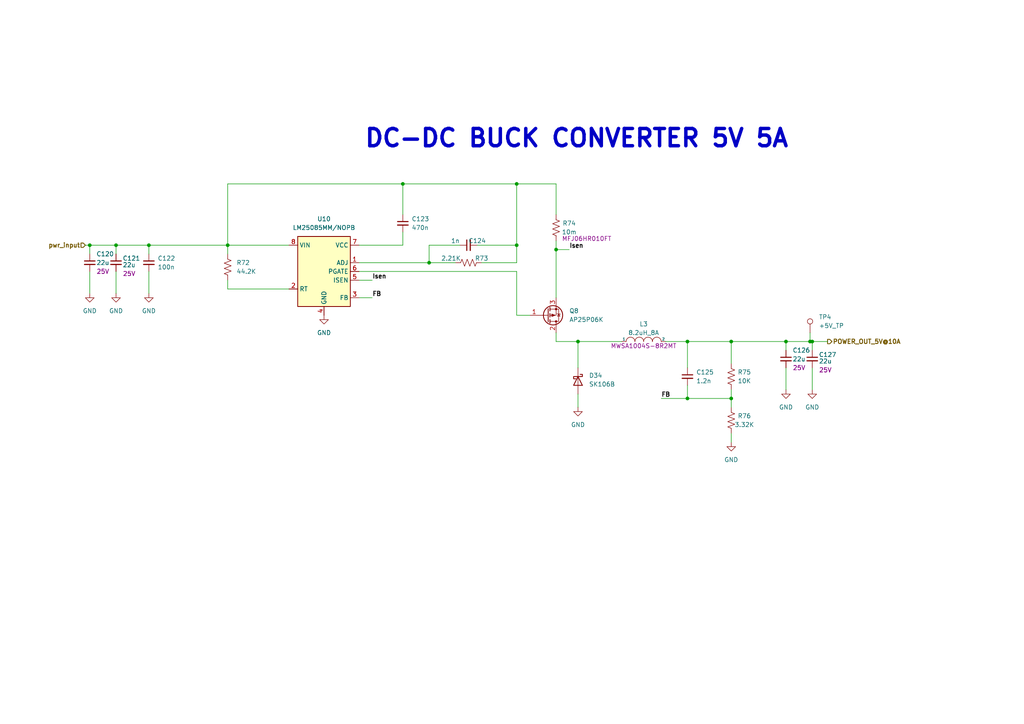
<source format=kicad_sch>
(kicad_sch (version 20211123) (generator eeschema)
  (paper "A4")
  (title_block (title "USB HUB ") (date "2022-08-30") (rev "1.0") (company "N/A") (comment 2 "Reviewed by: ") (comment 3 "Designer by: Robert Mutura"))
  (lib_symbols
    (symbol "Connector:TestPoint" (pin_numbers hide) (pin_names (offset 0.762) hide)
      (property "Reference" "TP" (at 0 6.858 0))
      (property "Value" "TestPoint" (at 0 5.08 0))
      (symbol "TestPoint_0_1"
        (circle (center 0 3.302) (radius 0.762))
      )
      (symbol "TestPoint_1_1"
        (pin passive line (at 0 0 90) (length 2.54) (name "1") (number "1"))
      )
    )
    (symbol "Device:C_Small" (pin_numbers hide) (pin_names (offset 0.254) hide)
      (property "Reference" "C" (at 0.254 1.778 0))
      (property "Value" "C_Small" (at 0.254 -2.032 0))
      (symbol "C_Small_0_1"
        (polyline (pts (xy -1.524 -0.508) (xy 1.524 -0.508)) (stroke (width 0.3302)))
        (polyline (pts (xy -1.524 0.508) (xy 1.524 0.508)) (stroke (width 0.3048)))
      )
      (symbol "C_Small_1_1"
        (pin passive line (at 0 2.54 270) (length 2.032) (name "~") (number "1"))
        (pin passive line (at 0 -2.54 90) (length 2.032) (name "~") (number "2"))
      )
    )
    (symbol "Device:D_Schottky" (pin_numbers hide) (pin_names (offset 1.016) hide)
      (property "Reference" "D" (at 0 2.54 0))
      (property "Value" "D_Schottky" (at 0 -2.54 0))
      (symbol "D_Schottky_0_1"
        (polyline (pts (xy 1.27 0) (xy -1.27 0)))
        (polyline (pts (xy 1.27 1.27) (xy 1.27 -1.27) (xy -1.27 0) (xy 1.27 1.27)) (stroke (width 0.254)))
        (polyline (pts (xy -1.905 0.635) (xy -1.905 1.27) (xy -1.27 1.27) (xy -1.27 -1.27) (xy -0.635 -1.27) (xy -0.635 -0.635)) (stroke (width 0.254)))
      )
      (symbol "D_Schottky_1_1"
        (pin passive line (at -3.81 0 0) (length 2.54) (name "K") (number "1"))
        (pin passive line (at 3.81 0 180) (length 2.54) (name "A") (number "2"))
      )
    )
    (symbol "Device:Q_PMOS_GDS" (pin_names (offset 0) hide)
      (property "Reference" "Q" (at 5.08 1.27 0))
      (property "Value" "Q_PMOS_GDS" (at 5.08 -1.27 0))
      (symbol "Q_PMOS_GDS_0_1"
        (polyline (pts (xy 0.254 0) (xy -2.54 0)))
        (polyline (pts (xy 0.254 1.905) (xy 0.254 -1.905)) (stroke (width 0.254)))
        (polyline (pts (xy 0.762 -1.27) (xy 0.762 -2.286)) (stroke (width 0.254)))
        (polyline (pts (xy 0.762 0.508) (xy 0.762 -0.508)) (stroke (width 0.254)))
        (polyline (pts (xy 0.762 2.286) (xy 0.762 1.27)) (stroke (width 0.254)))
        (polyline (pts (xy 2.54 2.54) (xy 2.54 1.778)))
        (polyline (pts (xy 2.54 -2.54) (xy 2.54 0) (xy 0.762 0)))
        (polyline (pts (xy 0.762 1.778) (xy 3.302 1.778) (xy 3.302 -1.778) (xy 0.762 -1.778)))
        (polyline (pts (xy 2.286 0) (xy 1.27 0.381) (xy 1.27 -0.381) (xy 2.286 0)) (fill (type outline)))
        (polyline (pts (xy 2.794 -0.508) (xy 2.921 -0.381) (xy 3.683 -0.381) (xy 3.81 -0.254)))
        (polyline (pts (xy 3.302 -0.381) (xy 2.921 0.254) (xy 3.683 0.254) (xy 3.302 -0.381)))
        (circle (center 1.651 0) (radius 2.794) (stroke (width 0.254)))
        (circle (center 2.54 -1.778) (radius 0.254) (fill (type outline)))
        (circle (center 2.54 1.778) (radius 0.254) (fill (type outline)))
      )
      (symbol "Q_PMOS_GDS_1_1"
        (pin input line (at -5.08 0 0) (length 2.54) (name "G") (number "1"))
        (pin passive line (at 2.54 5.08 270) (length 2.54) (name "D") (number "2"))
        (pin passive line (at 2.54 -5.08 90) (length 2.54) (name "S") (number "3"))
      )
    )
    (symbol "Device:R_US" (pin_numbers hide) (pin_names (offset 0))
      (property "Reference" "R" (at 2.54 0 90))
      (property "Value" "R_US" (at -2.54 0 90))
      (symbol "R_US_0_1"
        (polyline (pts (xy 0 -2.286) (xy 0 -2.54)))
        (polyline (pts (xy 0 2.286) (xy 0 2.54)))
        (polyline (pts (xy 0 -0.762) (xy 1.016 -1.143) (xy 0 -1.524) (xy -1.016 -1.905) (xy 0 -2.286)))
        (polyline (pts (xy 0 0.762) (xy 1.016 0.381) (xy 0 0) (xy -1.016 -0.381) (xy 0 -0.762)))
        (polyline (pts (xy 0 2.286) (xy 1.016 1.905) (xy 0 1.524) (xy -1.016 1.143) (xy 0 0.762)))
      )
      (symbol "R_US_1_1"
        (pin passive line (at 0 3.81 270) (length 1.27) (name "~") (number "1"))
        (pin passive line (at 0 -3.81 90) (length 1.27) (name "~") (number "2"))
      )
    )
    (symbol "Regulator_Switching:LM25085MM"
      (property "Reference" "U" (at -7.62 11.43 0))
      (property "Value" "LM25085MM" (at -1.27 11.43 0))
      (symbol "LM25085MM_0_1"
        (rectangle (start -7.62 10.16) (end 7.62 -10.16) (stroke (width 0.254)) (fill (type background)))
      )
      (symbol "LM25085MM_1_1"
        (pin input line (at 10.16 2.54 180) (length 2.54) (name "ADJ") (number "1"))
        (pin input line (at -10.16 -5.08 0) (length 2.54) (name "RT") (number "2"))
        (pin input line (at 10.16 -7.62 180) (length 2.54) (name "FB") (number "3"))
        (pin power_in line (at 0 -12.7 90) (length 2.54) (name "GND") (number "4"))
        (pin input line (at 10.16 -2.54 180) (length 2.54) (name "ISEN") (number "5"))
        (pin output line (at 10.16 0 180) (length 2.54) (name "PGATE") (number "6"))
        (pin power_out line (at 10.16 7.62 180) (length 2.54) (name "VCC") (number "7"))
        (pin power_in line (at -10.16 7.62 0) (length 2.54) (name "VIN") (number "8"))
      )
    )
    (symbol "power:GND" (power) (pin_names (offset 0))
      (property "Value" "GND" (at 0 -3.81 0))
      (symbol "GND_0_1"
        (polyline (pts (xy 0 0) (xy 0 -1.27) (xy 1.27 -1.27) (xy 0 -2.54) (xy -1.27 -1.27) (xy 0 -1.27)))
      )
      (symbol "GND_1_1"
        (pin power_in line (at 0 0 270) (length 0) hide (name "GND") (number "1"))
      )
    )
    (symbol "pspice:INDUCTOR" (pin_numbers hide) (pin_names (offset 0))
      (property "Reference" "L" (at 0 2.54 0))
      (property "Value" "INDUCTOR" (at 0 -1.27 0))
      (symbol "INDUCTOR_0_1"
        (arc (start -2.54 0) (mid -3.81 1.27) (end -5.08 0))
        (arc (start 0 0) (mid -1.27 1.27) (end -2.54 0))
        (arc (start 2.54 0) (mid 1.27 1.27) (end 0 0))
        (arc (start 5.08 0) (mid 3.81 1.27) (end 2.54 0))
      )
      (symbol "INDUCTOR_1_1"
        (pin input line (at -6.35 0 0) (length 1.27) (name "1") (number "1"))
        (pin input line (at 6.35 0 180) (length 1.27) (name "2") (number "2"))
      )
    )
  )
  (junction (at 66.04 71.12))
  (junction (at 212.09 99.06))
  (junction (at 199.39 99.06))
  (junction (at 26.035 71.12))
  (junction (at 167.64 99.06))
  (junction (at 212.09 115.57))
  (junction (at 43.18 71.12))
  (junction (at 227.965 99.06))
  (junction (at 235.585 99.06))
  (junction (at 116.84 53.34))
  (junction (at 149.86 71.12))
  (junction (at 234.95 99.06))
  (junction (at 161.29 72.39))
  (junction (at 33.655 71.12))
  (junction (at 124.46 76.2))
  (junction (at 149.86 53.34))
  (junction (at 199.39 115.57))
  (wire (pts (xy 153.67 91.44) (xy 149.86 91.44)))
  (wire (pts (xy 83.82 83.82) (xy 66.04 83.82)))
  (wire (pts (xy 43.18 71.12) (xy 43.18 73.66)))
  (wire (pts (xy 116.84 67.31) (xy 116.84 71.12)))
  (wire (pts (xy 24.765 71.12) (xy 26.035 71.12)))
  (wire (pts (xy 199.39 111.76) (xy 199.39 115.57)))
  (wire (pts (xy 227.965 99.06) (xy 227.965 101.6)))
  (wire (pts (xy 235.585 99.06) (xy 240.03 99.06)))
  (wire (pts (xy 235.585 99.06) (xy 235.585 101.6)))
  (wire (pts (xy 43.18 71.12) (xy 66.04 71.12)))
  (wire (pts (xy 104.14 76.2) (xy 124.46 76.2)))
  (wire (pts (xy 227.965 106.68) (xy 227.965 113.03)))
  (wire (pts (xy 234.95 99.06) (xy 235.585 99.06)))
  (wire (pts (xy 124.46 71.12) (xy 124.46 76.2)))
  (wire (pts (xy 161.29 72.39) (xy 165.1 72.39)))
  (wire (pts (xy 161.29 69.85) (xy 161.29 72.39)))
  (wire (pts (xy 161.29 53.34) (xy 161.29 62.23)))
  (wire (pts (xy 212.09 99.06) (xy 227.965 99.06)))
  (wire (pts (xy 43.18 78.74) (xy 43.18 85.09)))
  (wire (pts (xy 26.035 71.12) (xy 33.655 71.12)))
  (wire (pts (xy 66.04 71.12) (xy 66.04 53.34)))
  (wire (pts (xy 66.04 83.82) (xy 66.04 81.28)))
  (wire (pts (xy 149.86 53.34) (xy 161.29 53.34)))
  (wire (pts (xy 104.14 81.28) (xy 107.95 81.28)))
  (wire (pts (xy 191.77 115.57) (xy 199.39 115.57)))
  (wire (pts (xy 212.09 113.03) (xy 212.09 115.57)))
  (wire (pts (xy 116.84 71.12) (xy 104.14 71.12)))
  (wire (pts (xy 199.39 115.57) (xy 212.09 115.57)))
  (wire (pts (xy 149.86 78.74) (xy 104.14 78.74)))
  (wire (pts (xy 212.09 115.57) (xy 212.09 118.11)))
  (wire (pts (xy 149.86 53.34) (xy 149.86 71.12)))
  (wire (pts (xy 104.14 86.36) (xy 107.95 86.36)))
  (wire (pts (xy 227.965 99.06) (xy 234.95 99.06)))
  (wire (pts (xy 235.585 106.68) (xy 235.585 113.03)))
  (wire (pts (xy 66.04 71.12) (xy 83.82 71.12)))
  (wire (pts (xy 66.04 53.34) (xy 116.84 53.34)))
  (wire (pts (xy 193.04 99.06) (xy 199.39 99.06)))
  (wire (pts (xy 161.29 99.06) (xy 167.64 99.06)))
  (wire (pts (xy 212.09 99.06) (xy 212.09 105.41)))
  (wire (pts (xy 199.39 99.06) (xy 212.09 99.06)))
  (wire (pts (xy 124.46 76.2) (xy 132.08 76.2)))
  (wire (pts (xy 167.64 114.3) (xy 167.64 118.11)))
  (wire (pts (xy 66.04 73.66) (xy 66.04 71.12)))
  (wire (pts (xy 139.7 76.2) (xy 149.86 76.2)))
  (wire (pts (xy 161.29 72.39) (xy 161.29 86.36)))
  (wire (pts (xy 234.95 96.52) (xy 234.95 99.06)))
  (wire (pts (xy 212.09 125.73) (xy 212.09 128.27)))
  (wire (pts (xy 199.39 99.06) (xy 199.39 106.68)))
  (wire (pts (xy 149.86 71.12) (xy 138.43 71.12)))
  (wire (pts (xy 116.84 53.34) (xy 116.84 62.23)))
  (wire (pts (xy 149.86 71.12) (xy 149.86 76.2)))
  (wire (pts (xy 149.86 91.44) (xy 149.86 78.74)))
  (wire (pts (xy 167.64 99.06) (xy 180.34 99.06)))
  (wire (pts (xy 26.035 78.74) (xy 26.035 85.09)))
  (wire (pts (xy 167.64 99.06) (xy 167.64 106.68)))
  (wire (pts (xy 116.84 53.34) (xy 149.86 53.34)))
  (wire (pts (xy 33.655 78.74) (xy 33.655 85.09)))
  (wire (pts (xy 33.655 71.12) (xy 33.655 73.66)))
  (wire (pts (xy 161.29 99.06) (xy 161.29 96.52)))
  (wire (pts (xy 33.655 71.12) (xy 43.18 71.12)))
  (wire (pts (xy 26.035 71.12) (xy 26.035 73.66)))
  (wire (pts (xy 133.35 71.12) (xy 124.46 71.12)))
  (text "DC-DC BUCK CONVERTER 5V 5A" (at 105.41 43.18 0) (effects (font (size 5 5) bold) (justify left bottom)))
  (label "Isen" (at 107.95 81.28 0) (effects (font bold)))
  (label "FB" (at 191.77 115.57 0) (effects (font bold)))
  (label "Isen" (at 165.1 72.39 0) (effects (font bold)))
  (label "FB" (at 107.95 86.36 0) (effects (font bold)))
  (hierarchical_label "POWER_OUT_5V@10A" (shape output) (at 240.03 99.06 0) (effects (font bold)))
  (hierarchical_label "pwr_input" (shape input) (at 24.765 71.12 180) (effects (font bold)))
  (symbol (lib_id "power:GND") (at 43.18 85.09 0) (unit 1)
    (property "Reference" "#PWR0155" (effects hide))
    (property "Value" "GND" (at 43.18 90.17 0))
  )
  (symbol (lib_id "Device:C_Small") (at 26.035 76.2 0) (unit 1)
    (property "Reference" "C120" (at 27.94 73.6662 0) (effects (justify left)))
    (property "Value" "22u" (at 27.94 76.2062 0) (effects (justify left)))
    (property "Footprint" "Capacitor_SMD:C_0805_2012Metric" (effects hide))
    (property "description_1" "25V" (at 29.845 78.74 0))
  )
  (symbol (lib_id "power:GND") (at 227.965 113.03 0) (unit 1)
    (property "Reference" "#PWR0159" (effects hide))
    (property "Value" "GND" (at 227.965 118.11 0))
  )
  (symbol (lib_id "Device:C_Small") (at 33.655 76.2 0) (unit 1)
    (property "Reference" "C121" (at 35.56 74.93 0) (effects (justify left)))
    (property "Value" "22u" (at 35.56 76.835 0) (effects (justify left)))
    (property "Footprint" "Capacitor_SMD:C_0805_2012Metric" (effects hide))
    (property "description_1" "25V" (at 37.465 79.375 0))
  )
  (symbol (lib_id "power:GND") (at 212.09 128.27 0) (unit 1)
    (property "Reference" "#PWR0158" (effects hide))
    (property "Value" "GND" (at 212.09 133.35 0))
  )
  (symbol (lib_id "pspice:INDUCTOR") (at 186.69 99.06 0) (unit 1)
    (property "Reference" "L3" (at 186.69 93.98 0))
    (property "Value" "8.2uH_8A" (at 186.69 96.52 0))
    (property "Footprint" "greencharge-footprints:MWSA1004S-3R3MT" (effects hide))
    (property "MPN" "MWSA1004S-8R2MT" (at 186.69 100.33 0))
  )
  (symbol (lib_id "power:GND") (at 93.98 91.44 0) (unit 1)
    (property "Reference" "#PWR0156" (effects hide))
    (property "Value" "GND" (at 93.98 96.52 0))
  )
  (symbol (lib_id "Device:C_Small") (at 235.585 104.14 0) (unit 1)
    (property "Reference" "C127" (at 237.49 102.87 0) (effects (justify left)))
    (property "Value" "22u" (at 237.49 104.775 0) (effects (justify left)))
    (property "Footprint" "Capacitor_SMD:C_0805_2012Metric" (effects hide))
    (property "description_1" "25V" (at 239.395 107.315 0))
  )
  (symbol (lib_id "Connector:TestPoint") (at 234.95 96.52 0) (unit 1)
    (property "Reference" "TP4" (at 237.49 91.9479 0) (effects (justify left)))
    (property "Value" "+5V_TP" (at 237.49 94.4879 0) (effects (justify left)))
    (property "Footprint" "brilliant-kicad-library:TestPoint_Pad_D0.9mm" (effects hide))
  )
  (symbol (lib_id "power:GND") (at 235.585 113.03 0) (unit 1)
    (property "Reference" "#PWR0160" (effects hide))
    (property "Value" "GND" (at 235.585 118.11 0))
  )
  (symbol (lib_id "Regulator_Switching:LM25085MM") (at 93.98 78.74 0) (unit 1)
    (property "Reference" "U10" (at 93.98 63.5 0))
    (property "Value" "LM25085MM/NOPB" (at 93.98 66.04 0))
    (property "Footprint" "Package_SO:VSSOP-8_3.0x3.0mm_P0.65mm" (effects hide))
    (property "Datasheet" "http://www.ti.com/lit/ds/symlink/lm25085.pdf" (effects hide))
  )
  (symbol (lib_id "Device:R_US") (at 135.89 76.2 90) (unit 1)
    (property "Reference" "R73" (at 139.7 74.93 90))
    (property "Value" "2.21K" (at 130.81 74.93 90))
    (property "Footprint" "Resistor_SMD:R_0603_1608Metric" (effects hide))
  )
  (symbol (lib_id "Device:R_US") (at 212.09 121.92 180) (unit 1)
    (property "Reference" "R76" (at 215.9 120.65 0))
    (property "Value" "3.32K" (at 215.9 123.19 0))
    (property "Footprint" "Resistor_SMD:R_0603_1608Metric" (effects hide))
  )
  (symbol (lib_id "Device:R_US") (at 212.09 109.22 180) (unit 1)
    (property "Reference" "R75" (at 215.9 107.95 0))
    (property "Value" "10K" (at 215.9 110.49 0))
    (property "Footprint" "Resistor_SMD:R_0603_1608Metric" (effects hide))
  )
  (symbol (lib_id "Device:R_US") (at 161.29 66.04 180) (unit 1)
    (property "Reference" "R74" (at 165.1 64.77 0))
    (property "Value" "10m" (at 165.1 67.31 0))
    (property "Footprint" "Resistor_SMD:R_1206_3216Metric" (effects hide))
    (property "MPN" "MFJ06HR010FT" (at 170.18 69.215 0))
  )
  (symbol (lib_id "Device:Q_PMOS_GDS") (at 158.75 91.44 0) (mirror x) (unit 1)
    (property "Reference" "Q8" (at 165.1 90.1699 0) (effects (justify left)))
    (property "Value" "AP25P06K" (at 165.1 92.7099 0) (effects (justify left)))
    (property "Footprint" "greencharge-footprints:TO-252-3_tabpin-2" (effects hide))
  )
  (symbol (lib_id "power:GND") (at 26.035 85.09 0) (unit 1)
    (property "Reference" "#PWR0153" (effects hide))
    (property "Value" "GND" (at 26.035 90.17 0))
  )
  (symbol (lib_id "Device:C_Small") (at 43.18 76.2 0) (unit 1)
    (property "Reference" "C122" (at 45.72 74.9362 0) (effects (justify left)))
    (property "Value" "100n" (at 45.72 77.4762 0) (effects (justify left)))
    (property "Footprint" "Capacitor_SMD:C_0603_1608Metric" (effects hide))
  )
  (symbol (lib_id "Device:C_Small") (at 199.39 109.22 0) (unit 1)
    (property "Reference" "C125" (at 201.93 107.9562 0) (effects (justify left)))
    (property "Value" "1.2n" (at 201.93 110.4962 0) (effects (justify left)))
    (property "Footprint" "Capacitor_SMD:C_0603_1608Metric" (effects hide))
  )
  (symbol (lib_id "Device:R_US") (at 66.04 77.47 0) (unit 1)
    (property "Reference" "R72" (at 68.58 76.1999 0) (effects (justify left)))
    (property "Value" "44.2K" (at 68.58 78.7399 0) (effects (justify left)))
    (property "Footprint" "Resistor_SMD:R_0603_1608Metric" (effects hide))
  )
  (symbol (lib_id "Device:D_Schottky") (at 167.64 110.49 270) (unit 1)
    (property "Reference" "D34" (at 170.815 108.9024 90) (effects (justify left)))
    (property "Value" "SK106B" (at 170.815 111.4424 90) (effects (justify left)))
    (property "Footprint" "Diode_SMD:D_SMB" (effects hide))
  )
  (symbol (lib_id "Device:C_Small") (at 135.89 71.12 90) (unit 1)
    (property "Reference" "C124" (at 138.43 69.85 90))
    (property "Value" "1n" (at 132.08 69.85 90))
    (property "Footprint" "Capacitor_SMD:C_0603_1608Metric" (effects hide))
  )
  (symbol (lib_id "power:GND") (at 33.655 85.09 0) (unit 1)
    (property "Reference" "#PWR0154" (effects hide))
    (property "Value" "GND" (at 33.655 90.17 0))
  )
  (symbol (lib_id "Device:C_Small") (at 116.84 64.77 0) (unit 1)
    (property "Reference" "C123" (at 119.38 63.5062 0) (effects (justify left)))
    (property "Value" "470n" (at 119.38 66.0462 0) (effects (justify left)))
    (property "Footprint" "Capacitor_SMD:C_0603_1608Metric" (effects hide))
  )
  (symbol (lib_id "Device:C_Small") (at 227.965 104.14 0) (unit 1)
    (property "Reference" "C126" (at 229.87 101.6062 0) (effects (justify left)))
    (property "Value" "22u" (at 229.87 104.1462 0) (effects (justify left)))
    (property "Footprint" "Capacitor_SMD:C_0805_2012Metric" (effects hide))
    (property "description_1" "25V" (at 231.775 106.68 0))
  )
  (symbol (lib_id "power:GND") (at 167.64 118.11 0) (unit 1)
    (property "Reference" "#PWR0157" (effects hide))
    (property "Value" "GND" (at 167.64 123.19 0))
  )
)
</source>
